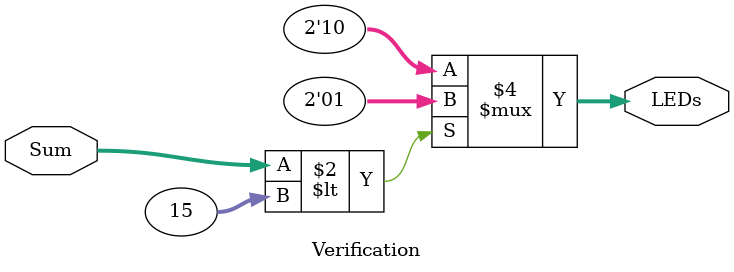
<source format=v>

module Verification(Sum, LEDs);
	input[3:0] Sum;
	output[1:0] LEDs;
	reg[1:0] LEDs;
	
	always @(Sum)
	begin
		if(Sum < 15)
			LEDs = 2'b01;
		else 
			LEDs = 2'b10;
	end
endmodule
</source>
